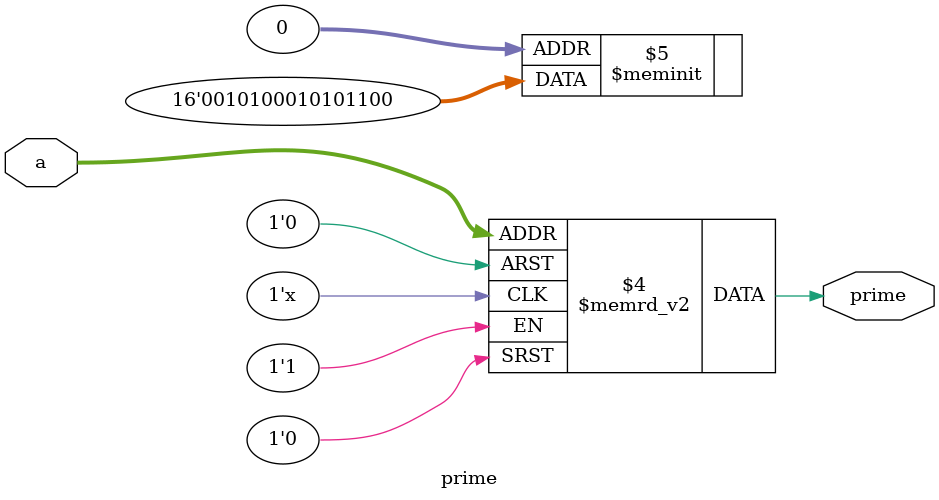
<source format=v>

module prime(input [3:0]a, output reg prime);
always @(a)
begin
case(a)
4'b0000:prime=0;
4'b0001:prime=0;
4'b0010:prime=1;
4'b0011:prime=1;
4'b0100:prime=0;
4'b0101:prime=1;
4'b0110:prime=0;
4'b0111:prime=1;
4'b1000:prime=0;
4'b1001:prime=0;
4'b1010:prime=0;
4'b1011:prime=1;
4'b1100:prime=0;
4'b1101:prime=1;
4'b1110:prime=0;
4'b1111:prime=0;
default:prime=0;
endcase
end
endmodule

</source>
